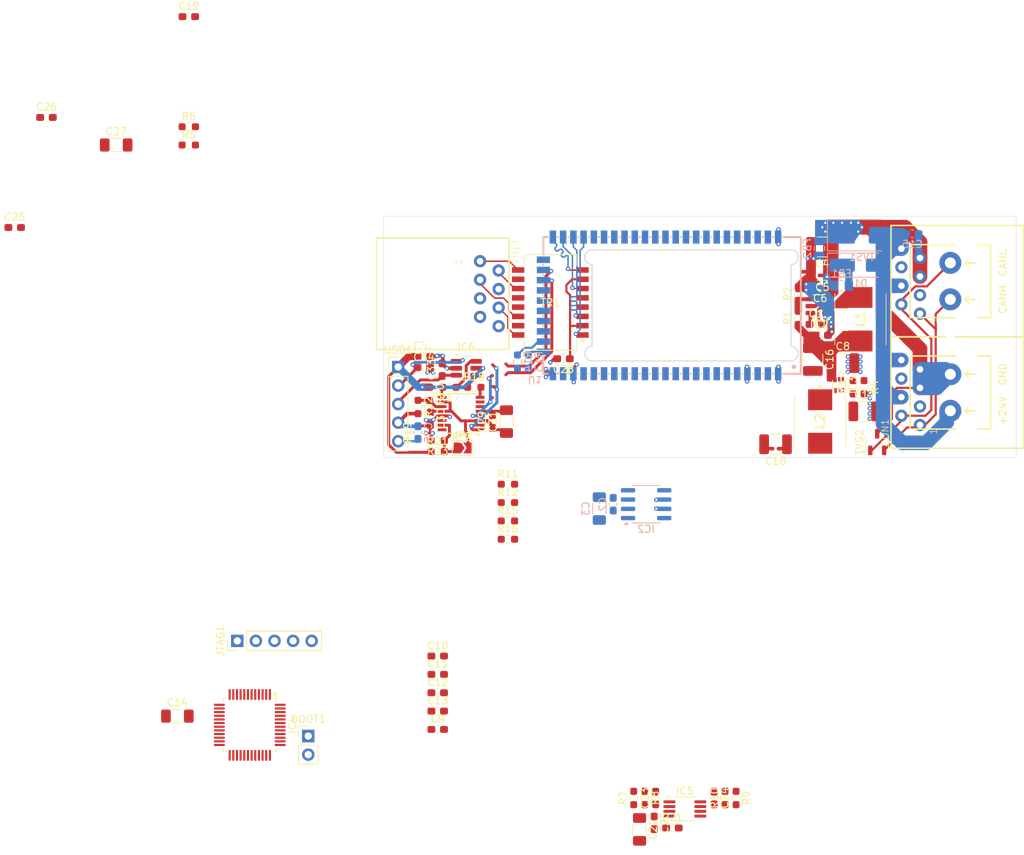
<source format=kicad_pcb>
(kicad_pcb (version 20240108) (generator "pcbnew") (generator_version "8.0")
  (layers (0 "F.Cu" signal) (31 "B.Cu" signal) (34 "B.Paste" user) (35 "F.Paste" user) (36 "B.SilkS" user "B.Silkscreen") (37 "F.SilkS" user "F.Silkscreen") (38 "B.Mask" user) (39 "F.Mask" user) (44 "Edge.Cuts" user))
  (net 0 "")
  (net 1 "/ADC_GND")
  (net 2 "/ADC_GND2")
  (net 26 "GNDPWR")
  (net 45 "GND")
  (net 46 "+3V3")
  (net 47 "+24V")
  (net 48 "Net-(USB1-Shield)")
  (net 49 "Net-(USB1-D+)")
  (net 50 "Net-(USB1-D-)")
  (net 51 "VBUS")
  (net 52 "/UART_FTDI_Tx")
  (net 53 "/FTDI_RESET")
  (net 54 "/UART_FTDI_Rx")
  (net 55 "/D-")
  (net 56 "/D+")
  (net 57 "/FTDI_VSENSE")
  (net 58 "Net-(U1-UART_RXD0)")
  (net 59 "Net-(U1-UART_TXD0)")
  (net 60 "Net-(U1-UART_TXD1)")
  (net 61 "Net-(U1-UART_RXD1)")
  (net 62 "/BOOT0")
  (net 63 "Net-(TR1-C_RD)")
  (net 64 "/NRST")
  (net 65 "+5V")
  (net 67 "/ETH_RX+")
  (net 70 "/ETH_RX-")
  (net 71 "/ETH_TX-")
  (net 72 "/ETH_TX+")
  (net 74 "/CANH")
  (net 75 "/CANL")
  (net 76 "/SWDIO")
  (net 77 "/SWCLK")
  (net 78 "/PHY_RX-")
  (net 80 "/PHY_RX+")
  (net 81 "/PHY_TX+")
  (net 83 "/PHY_TX-")
  (net 88 "/I2C_CLK")
  (net 89 "/I2C_SDA")
  (net 90 "/ADC_24V")
  (net 91 "/ADC_3V3")
  (net 92 "Net-(IC1-CB)")
  (net 93 "Net-(IC1-SW)")
  (net 94 "Net-(IC5-CH1+)")
  (net 95 "Net-(IC5-CH2+)")
  (net 96 "Net-(IC1-FB)")
  (net 98 "Net-(IC3-FB)")
  (net 99 "Net-(IC3-SW)")
  (net 132 "Net-(IC6-I{slash}O2-Pad4)")
  (net 133 "Net-(IC6-I{slash}O1-Pad6)")
  (net 139 "Net-(D1-A)")
  (net 140 "Net-(D1-K)")
  (net 141 "/CAN_Tx")
  (net 142 "/CAN_Rx")
  (net 143 "/CAN_USB_D-")
  (net 144 "/CAN_USB_D+")
  (footprint "Jumper:SolderJumper-2_P1.3mm_Open_TrianglePad1.0x1.5mm" (layer "F.Cu") (at 110.8 131.7)
    (property "Reference" "JP1")
    (property "Value" "SolderJumper_2_Open")
  )
  (footprint "Capacitor_SMD:C_0603_1608Metric_Pad1.08x0.95mm_HandSolder" (layer "F.Cu") (at 106.4 127.7 -90)
    (property "Reference" "C30")
    (property "Value" "100n")
  )
  (footprint "Connector_PinHeader_2.54mm:PinHeader_1x05_P2.54mm_Vertical" (layer "F.Cu") (at 80 158.1 90)
    (property "Reference" "JTAG1")
    (property "Value" "Conn_01x05")
  )
  (footprint "Resistor_SMD:R_0603_1608Metric_Pad0.98x0.95mm_HandSolder" (layer "F.Cu") (at 148.2 179.6 -90)
    (property "Reference" "R9")
    (property "Value" "22k")
  )
  (footprint "Resistor_SMD:R_0603_1608Metric_Pad0.98x0.95mm_HandSolder" (layer "F.Cu") (at 134.2 179.6 90)
    (property "Reference" "R7")
    (property "Value" "330k")
  )
  (footprint "Capacitor_SMD:C_0603_1608Metric_Pad1.08x0.95mm_HandSolder" (layer "F.Cu") (at 159.1 114.8)
    (property "Reference" "C1")
    (property "Value" "100n")
  )
  (footprint "Resistor_SMD:R_0603_1608Metric_Pad0.98x0.95mm_HandSolder" (layer "F.Cu") (at 107.4 132.2)
    (property "Reference" "R21")
    (property "Value" "4k7")
  )
  (footprint "Capacitor_SMD:C_1206_3216Metric_Pad1.33x1.80mm_HandSolder" (layer "F.Cu") (at 63.43 90.25)
    (property "Reference" "C27")
    (property "Value" "10u")
  )
  (footprint "Capacitor_SMD:C_0603_1608Metric_Pad1.08x0.95mm_HandSolder" (layer "F.Cu") (at 108 121 90)
    (property "Reference" "C33")
    (property "Value" "47p")
  )
  (footprint "ProjectLib:Conn_CAN-Bus" (layer "F.Cu") (at 186.5 116.5 90)
    (property "Reference" "CON1")
    (property "Value" "Connectors CAN bus" (hide yes))
  )
  (footprint "Capacitor_SMD:C_1210_3225Metric_Pad1.33x2.70mm_HandSolder" (layer "F.Cu") (at 160 104.2 180)
    (property "Reference" "C4")
    (property "Value" "4.7u 50V")
  )
  (footprint "Package_TO_SOT_SMD:SOT-23-6_Handsoldering" (layer "F.Cu") (at 111.3 120.8)
    (property "Reference" "IC6")
    (property "Value" "USBLC6-2SC6")
  )
  (footprint "Package_QFP:LQFP-48_7x7mm_P0.5mm" (layer "F.Cu") (at 81.7 169.6 -90)
    (property "Reference" "IC4")
    (property "Value" "STM32F072C8Tx")
  )
  (footprint "Capacitor_SMD:C_0603_1608Metric_Pad1.08x0.95mm_HandSolder" (layer "F.Cu") (at 107.4 170.22)
    (property "Reference" "C9")
    (property "Value" "100n")
  )
  (footprint "Resistor_SMD:R_0603_1608Metric_Pad0.98x0.95mm_HandSolder" (layer "F.Cu") (at 117 141.69)
    (property "Reference" "R15")
    (property "Value" "27R")
  )
  (footprint "Capacitor_SMD:C_1206_3216Metric_Pad1.33x1.80mm_HandSolder" (layer "F.Cu") (at 135 183.9 -90)
    (property "Reference" "C22")
    (property "Value" "10u 6.3V")
  )
  (footprint "Capacitor_SMD:C_0603_1608Metric_Pad1.08x0.95mm_HandSolder" (layer "F.Cu") (at 124.6 119.5 180)
    (property "Reference" "C28")
    (property "Value" "100n")
  )
  (footprint "Package_TO_SOT_SMD:SOT-563" (layer "F.Cu") (at 162.3 123.1 -90)
    (property "Reference" "IC3")
    (property "Value" "TLV62568DRL")
  )
  (footprint "Capacitor_SMD:C_0603_1608Metric_Pad1.08x0.95mm_HandSolder" (layer "F.Cu") (at 139.5 183.7)
    (property "Reference" "C21")
    (property "Value" "100n")
  )
  (footprint "Resistor_SMD:R_0603_1608Metric_Pad0.98x0.95mm_HandSolder" (layer "F.Cu") (at 104.7 129.6 90)
    (property "Reference" "R19")
    (property "Value" "1M")
  )
  (footprint "Resistor_SMD:R_0603_1608Metric_Pad0.98x0.95mm_HandSolder" (layer "F.Cu") (at 135.7 179.6 -90)
    (property "Reference" "R8")
    (property "Value" "22k")
  )
  (footprint "Capacitor_SMD:C_0603_1608Metric_Pad1.08x0.95mm_HandSolder" (layer "F.Cu") (at 107.4 160.18)
    (property "Reference" "C10")
    (property "Value" "100n")
  )
  (footprint "Package_SO:MSOP-8_3x3mm_P0.65mm" (layer "F.Cu") (at 141.2 181.1)
    (property "Reference" "IC5")
    (property "Value" "MCP3422A0-E/MS")
  )
  (footprint "Capacitor_SMD:C_0603_1608Metric_Pad1.08x0.95mm_HandSolder" (layer "F.Cu") (at 105.5 120.7)
    (property "Reference" "C34")
    (property "Value" "47p")
  )
  (footprint "Capacitor_SMD:C_1206_3216Metric_Pad1.33x1.80mm_HandSolder" (layer "F.Cu") (at 116.8 128.1 90)
    (property "Reference" "C31")
    (property "Value" "4.7u")
  )
  (footprint "Capacitor_SMD:C_0603_1608Metric_Pad1.08x0.95mm_HandSolder" (layer "F.Cu") (at 107.4 167.71)
    (property "Reference" "C13")
    (property "Value" "100n")
  )
  (footprint "Capacitor_SMD:C_0603_1608Metric_Pad1.08x0.95mm_HandSolder" (layer "F.Cu") (at 137 183 -90)
    (property "Reference" "C20")
    (property "Value" "10n")
  )
  (footprint "Capacitor_SMD:C_0603_1608Metric_Pad1.08x0.95mm_HandSolder" (layer "F.Cu") (at 159.9 116.3)
    (property "Reference" "C7")
    (property "Value" "100n")
  )
  (footprint "Capacitor_SMD:C_1210_3225Metric_Pad1.33x2.70mm_HandSolder" (layer "F.Cu") (at 158.7 119.6 -90)
    (property "Reference" "C16")
    (property "Value" "10u 16V")
  )
  (footprint "Resistor_SMD:R_0603_1608Metric_Pad0.98x0.95mm_HandSolder" (layer "F.Cu") (at 146.7 179.6 90)
    (property "Reference" "R10")
    (property "Value" "22k")
  )
  (footprint "Package_TO_SOT_SMD:SOT-23-3" (layer "F.Cu") (at 167.5 130.9 90)
    (property "Reference" "TVS2")
    (property "Value" "SZNUP2105L")
  )
  (footprint "Resistor_SMD:R_0603_1608Metric_Pad0.98x0.95mm_HandSolder" (layer "F.Cu") (at 164.2 123.4 90)
    (property "Reference" "R3")
    (property "Value" "100k")
  )
  (footprint "ProjectLib:SPM7054VT" (layer "F.Cu") (at 165.2 114.0875 -90)
    (property "Reference" "L1")
    (property "Value" "3.3uH" (hide yes))
  )
  (footprint "Resistor_SMD:R_0603_1608Metric_Pad0.98x0.95mm_HandSolder" (layer "F.Cu") (at 109 123.4 180)
    (property "Reference" "R17")
    (property "Value" "27R")
  )
  (footprint "Capacitor_SMD:C_1210_3225Metric_Pad1.33x2.70mm_HandSolder" (layer "F.Cu") (at 165.8 126.7)
    (property "Reference" "C17")
    (property "Value" "10u 10V")
  )
  (footprint "Resistor_SMD:R_0603_1608Metric_Pad0.98x0.95mm_HandSolder" (layer "F.Cu") (at 117 139.18)
    (property "Reference" "R12")
    (property "Value" "27R")
  )
  (footprint "NetTie:NetTie-2_SMD_Pad0.5mm" (layer "F.Cu") (at 154.5 131.8 180)
    (property "Reference" "NT3" (hide yes))
    (property "Value" "NetTie_2" (hide yes))
  )
  (footprint "Resistor_SMD:R_0603_1608Metric_Pad0.98x0.95mm_HandSolder" (layer "F.Cu") (at 107.4 130.7 180)
    (property "Reference" "R23")
    (property "Value" "10k")
  )
  (footprint "NetTie:NetTie-2_SMD_Pad0.5mm" (layer "F.Cu") (at 157.8 107.6 180)
    (property "Reference" "NT2" (hide yes))
    (property "Value" "NetTie_2" (hide yes))
  )
  (footprint "ProjectLib:RJ45-PCB-SOCKET" (layer "F.Cu") (at 106.8427 110.6 -90)
    (property "Reference" "ETH1")
    (property "Value" "RJ45")
  )
  (footprint "Connector_PinHeader_2.54mm:PinHeader_1x02_P2.54mm_Vertical" (layer "F.Cu") (at 89.7 171.125)
    (property "Reference" "BOOT1")
    (property "Value" "Jumper_2_Open")
  )
  (footprint "Resistor_SMD:R_0603_1608Metric_Pad0.98x0.95mm_HandSolder" (layer "F.Cu") (at 73.36 87.75)
    (property "Reference" "R6")
    (property "Value" "10k")
  )
  (footprint "Capacitor_SMD:C_0603_1608Metric_Pad1.08x0.95mm_HandSolder" (layer "F.Cu") (at 159.7 109.8 180)
    (property "Reference" "C6")
    (property "Value" "100n")
  )
  (footprint "Resistor_SMD:R_0603_1608Metric_Pad0.98x0.95mm_HandSolder" (layer "F.Cu") (at 73.36 90.26)
    (property "Reference" "R5")
    (property "Value" "10k")
  )
  (footprint "Capacitor_SMD:C_0603_1608Metric_Pad1.08x0.95mm_HandSolder" (layer "F.Cu") (at 53.9 86.48)
    (property "Reference" "C26")
    (property "Value" "100n")
  )
  (footprint "Connector_PinHeader_2.54mm:PinHeader_1x05_P2.54mm_Vertical" (layer "F.Cu") (at 102 120.625)
    (property "Reference" "USB1")
    (property "Value" "https://www.aliexpress.com/item/4000926155068.html")
  )
  (footprint "NetTie:NetTie-2_SMD_Pad0.5mm" (layer "F.Cu") (at 160.1 108.1 180)
    (property "Reference" "NT1" (hide yes))
    (property "Value" "NetTie_2" (hide yes))
  )
  (footprint "Capacitor_SMD:C_0603_1608Metric_Pad1.08x0.95mm_HandSolder" (layer "F.Cu") (at 107.4 162.69)
    (property "Reference" "C11")
    (property "Value" "100n")
  )
  (footprint "Resistor_SMD:R_0603_1608Metric_Pad0.98x0.95mm_HandSolder" (layer "F.Cu") (at 156.7 110.6 90)
    (property "Reference" "R2")
    (property "Value" "27k")
  )
  (footprint "Resistor_SMD:R_0603_1608Metric_Pad0.98x0.95mm_HandSolder" (layer "F.Cu") (at 112.4 123.4)
    (property "Reference" "R18")
    (property "Value" "27R")
  )
  (footprint "Capacitor_SMD:C_0603_1608Metric_Pad1.08x0.95mm_HandSolder" (layer "F.Cu") (at 145.2 179.6 -90)
    (property "Reference" "C24")
    (property "Value" "100n")
  )
  (footprint "ProjectLib:SPM7054VT" (layer "F.Cu") (at 159.7 128.0875 -90)
    (property "Reference" "L2")
    (property "Value" "1uH" (hide yes))
  )
  (footprint "Capacitor_SMD:C_0603_1608Metric_Pad1.08x0.95mm_HandSolder" (layer "F.Cu") (at 137.2 179.6 90)
    (property "Reference" "C23")
    (property "Value" "100n")
  )
  (footprint "Capacitor_SMD:C_0603_1608Metric_Pad1.08x0.95mm_HandSolder" (layer "F.Cu") (at 49.55 101.54)
    (property "Reference" "C25")
    (property "Value" "100n")
  )
  (footprint "Capacitor_SMD:C_1206_3216Metric_Pad1.33x1.80mm_HandSolder" (layer "F.Cu") (at 71.8 168.4)
    (property "Reference" "C14")
    (property "Value" "10u 6.3V")
  )
  (footprint "Resistor_SMD:R_0603_1608Metric_Pad0.98x0.95mm_HandSolder" (layer "F.Cu") (at 104.7 126.1 -90)
    (property "Reference" "R22")
    (property "Value" "10k")
  )
  (footprint "Resistor_SMD:R_0603_1608Metric_Pad0.98x0.95mm_HandSolder" (layer "F.Cu") (at 117 136.67)
    (property "Reference" "R11")
    (property "Value" "27R")
  )
  (footprint "Capacitor_SMD:C_0603_1608Metric_Pad1.08x0.95mm_HandSolder" (layer "F.Cu") (at 107.4 165.2)
    (property "Reference" "C12")
    (property "Value" "100n")
  )
  (footprint "Capacitor_SMD:C_0603_1608Metric_Pad1.08x0.95mm_HandSolder" (layer "F.Cu") (at 73.36 72.69)
    (property "Reference" "C19")
    (property "Value" "100n")
  )
  (footprint "Capacitor_SMD:C_0603_1608Metric_Pad1.08x0.95mm_HandSolder" (layer "F.Cu") (at 105.5 119.2)
    (property "Reference" "C32")
    (property "Value" "10n")
  )
  (footprint "Capacitor_SMD:C_1210_3225Metric_Pad1.33x2.70mm_HandSolder" (layer "F.Cu") (at 160 107.4 180)
    (property "Reference" "C5")
    (property "Value" "4.7u 50V")
  )
  (footprint "Capacitor_SMD:C_1210_3225Metric_Pad1.33x2.70mm_HandSolder" (layer "F.Cu") (at 162.8 120.1)
    (property "Reference" "C8")
    (property "Value" "10u 16V")
  )
  (footprint "Resistor_SMD:R_0603_1608Metric_Pad0.98x0.95mm_HandSolder" (layer "F.Cu") (at 106.3 124.3 -90)
    (property "Reference" "R20")
    (property "Value" "4k7")
  )
  (footprint "Capacitor_SMD:C_1210_3225Metric_Pad1.33x2.70mm_HandSolder" (layer "F.Cu") (at 153.6 131.2 180)
    (property "Reference" "C18")
    (property "Value" "22u 10V")
  )
  (footprint "Transformer_SMD:Transformer_Ethernet_Bourns_PT61017PEL" (layer "F.Cu") (at 122.8 111.8 180)
    (property "Reference" "TR1")
    (property "Value" "PT61017PEL")
  )
  (footprint "Resistor_SMD:R_0603_1608Metric_Pad0.98x0.95mm_HandSolder" (layer "F.Cu") (at 165.7 123.4 -90)
    (property "Reference" "R4")
    (property "Value" "22k")
  )
  (footprint "Capacitor_SMD:C_0603_1608Metric_Pad1.08x0.95mm_HandSolder" (layer "F.Cu") (at 114.9 128.1 90)
    (property "Reference" "C29")
    (property "Value" "100n")
  )
  (footprint "Resistor_SMD:R_0603_1608Metric_Pad0.98x0.95mm_HandSolder" (layer "F.Cu") (at 117 144.2)
    (property "Reference" "R16")
    (property "Value" "27R")
  )
  (footprint "NetTie:NetTie-2_SMD_Pad0.5mm" (layer "F.Cu") (at 152.7 131.8)
    (property "Reference" "NT4" (hide yes))
    (property "Value" "NetTie_2" (hide yes))
  )
  (footprint "Package_SO:SSOP-16_3.9x4.9mm_P0.635mm" (layer "F.Cu") (at 110.6 127 180)
    (property "Reference" "IC7")
    (property "Value" "FT230XS")
  )
  (footprint "Resistor_SMD:R_0603_1608Metric_Pad0.98x0.95mm_HandSolder" (layer "F.Cu") (at 156.7 113.9 90)
    (property "Reference" "R1")
    (property "Value" "200k")
  )
  (footprint "Package_TO_SOT_SMD:SOT-23-6" (layer "F.Cu") (at 159.5 112.3 180)
    (property "Reference" "IC1")
    (property "Value" "LMR51430Y")
  )
  (footprint "Inductor_SMD:L_0805_2012Metric_Pad1.15x1.40mm_HandSolder" (layer "B.Cu") (at 159.6 104.4 -90)
    (property "Reference" "FB2")
    (property "Value" "1k@100MHz")
  )
  (footprint "Resistor_SMD:R_0603_1608Metric_Pad0.98x0.95mm_HandSolder" (layer "B.Cu") (at 119.8 119.9 90)
    (property "Reference" "R13")
    (property "Value" "10k")
  )
  (footprint "Diode_SMD:D_SMA_Handsoldering" (layer "B.Cu") (at 165.2 106.7)
    (property "Reference" "D1")
    (property "Value" "US1D")
  )
  (footprint "Package_SO:SOIC-8_3.9x4.9mm_P1.27mm" (layer "B.Cu") (at 135.9 139.4)
    (property "Reference" "IC2")
    (property "Value" "MCP2561-E-SN")
  )
  (footprint "Capacitor_SMD:C_0603_1608Metric_Pad1.08x0.95mm_HandSolder" (layer "B.Cu") (at 104.7 129.6 90)
    (property "Reference" "C35")
    (property "Value" "330p")
  )
  (footprint "Resistor_SMD:R_0603_1608Metric_Pad0.98x0.95mm_HandSolder" (layer "B.Cu") (at 118.3 119.9 90)
    (property "Reference" "R14")
    (property "Value" "10k")
  )
  (footprint "Inductor_SMD:L_0805_2012Metric_Pad1.15x1.40mm_HandSolder" (layer "B.Cu") (at 162.6 109.5 180)
    (property "Reference" "FB1")
    (property "Value" "1k@100MHz")
  )
  (footprint "Capacitor_SMD:C_0603_1608Metric_Pad1.08x0.95mm_HandSolder" (layer "B.Cu") (at 172.3 102.4)
    (property "Reference" "C15")
    (property "Value" "100n")
  )
  (footprint "Diode_SMD:D_SMB_Handsoldering" (layer "B.Cu") (at 165.4 102.6)
    (property "Reference" "TVS1")
    (property "Value" "P6SMB33CA")
  )
  (footprint "Capacitor_SMD:C_1206_3216Metric_Pad1.33x1.80mm_HandSolder" (layer "B.Cu") (at 129.5 140 -90)
    (property "Reference" "C3")
    (property "Value" "10u 10V")
  )
  (footprint "Capacitor_SMD:C_0603_1608Metric_Pad1.08x0.95mm_HandSolder" (layer "B.Cu") (at 131.4 139.4 -90)
    (property "Reference" "C2")
    (property "Value" "100n")
  )
  (footprint "ProjectLib:HLK-7628N" (layer "B.Cu") (at 137.9 112.2)
    (property "Reference" "U1")
    (property "Value" "HLK-7628N")
    (fp_line (start -9.4 -7.6) (end 17.8 -7.6) (stroke (width 0.12)) (layer "Edge.Cuts"))
    (fp_line (start -9.4 5.6) (end -9.4 -5.6) (stroke (width 0.12)) (layer "Edge.Cuts"))
    (fp_line (start 17.8 -5.6) (end 17.8 5.6) (stroke (width 0.12)) (layer "Edge.Cuts"))
    (fp_line (start 17.8 7.6) (end -9.4 7.6) (stroke (width 0.12)) (layer "Edge.Cuts"))
    (fp_arc (start -9.4 -5.6) (mid -10.4 -6.6) (end -9.4 -7.6) (stroke (width 0.12)) (layer "Edge.Cuts"))
    (fp_arc (start -9.4 7.6) (mid -10.4 6.6) (end -9.4 5.6) (stroke (width 0.12)) (layer "Edge.Cuts"))
    (fp_arc (start 17.8 -7.6) (mid 18.8 -6.6) (end 17.8 -5.6) (stroke (width 0.12)) (layer "Edge.Cuts"))
    (fp_arc (start 17.8 5.6) (mid 18.8 6.6) (end 17.8 7.6) (stroke (width 0.12)) (layer "Edge.Cuts"))
  )
  (gr_rect (start 100 100) (end 186.5 133) (stroke (width 0.05)) (fill none) (layer "Edge.Cuts"))
  (segment (start 169.5 124.192315) (end 169.5 127.7625) (width 0.3) (layer "F.Cu") (net 26))
  (segment (start 173.35 103.55) (end 171.3 101.5) (width 2) (layer "F.Cu") (net 26))
  (segment (start 169.5 127.7625) (end 167.5 129.7625) (width 0.3) (layer "F.Cu") (net 26))
  (segment (start 168.3 113.1) (end 168.3 103) (width 2) (layer "F.Cu") (net 26))
  (segment (start 166.5 101.5) (end 160.7 101.5) (width 2) (layer "F.Cu") (net 26))
  (segment (start 173.35 105.705) (end 173.35 103.55) (width 2) (layer "F.Cu") (net 26))
  (segment (start 173.35 123.485) (end 170.207315 123.485) (width 0.3) (layer "F.Cu") (net 26))
  (segment (start 171.3 101.5) (end 165.4 101.5) (width 2) (layer "F.Cu") (net 26))
  (segment (start 170.207315 123.485) (end 169.5 124.192315) (width 0.3) (layer "F.Cu") (net 26))
  (segment (start 173.35 108.245) (end 173.35 105.705) (width 2) (layer "F.Cu") (net 26))
  (segment (start 173.35 118.15) (end 168.3 113.1) (width 2) (layer "F.Cu") (net 26))
  (segment (start 168 103) (end 166.5 101.5) (width 2) (layer "F.Cu") (net 26))
  (segment (start 173.35 120.945) (end 173.35 118.15) (width 2) (layer "F.Cu") (net 26))
  (via (at 162.7 100.9) (size 0.6) (drill 0.3) (layers "F.Cu" "B.Cu") (net 26))
  (via (at 160.4 102.1) (size 0.6) (drill 0.3) (layers "F.Cu" "B.Cu") (net 26))
  (via (at 164.9 102.1) (size 0.6) (drill 0.3) (layers "F.Cu" "B.Cu") (net 26))
  (via (at 160.4 100.9) (size 0.6) (drill 0.3) (layers "F.Cu" "B.Cu") (net 26))
  (via (at 160 101.5) (size 0.6) (drill 0.3) (layers "F.Cu" "B.Cu") (net 26))
  (via (at 164.9 100.9) (size 0.6) (drill 0.3) (layers "F.Cu" "B.Cu") (net 26))
  (via (at 161.5 100.9) (size 0.6) (drill 0.3) (layers "F.Cu" "B.Cu") (net 26))
  (via (at 163.9 100.9) (size 0.6) (drill 0.3) (layers "F.Cu" "B.Cu") (net 26))
  (via (at 165.4 101.5) (size 0.6) (drill 0.3) (layers "F.Cu" "B.Cu") (net 26))
  (segment (start 173.35 123.485) (end 175.635 123.485) (width 2) (layer "B.Cu") (net 26))
  (segment (start 173.35 120.945) (end 176.825 120.945) (width 2) (layer "B.Cu") (net 26))
  (segment (start 173.1625 102.4) (end 173.1625 105.5175) (width 1) (layer "B.Cu") (net 26))
  (segment (start 173.93 121.62) (end 177.5 121.62) (width 2) (layer "B.Cu") (net 26))
  (segment (start 173.1625 105.5175) (end 173.35 105.705) (width 1) (layer "B.Cu") (net 26))
  (segment (start 173.35 122.2) (end 173.35 120.945) (width 2) (layer "B.Cu") (net 26))
  (segment (start 175.635 123.485) (end 177.5 121.62) (width 2) (layer "B.Cu") (net 26))
  (segment (start 173.35 122.2) (end 173.93 121.62) (width 2) (layer "B.Cu") (net 26))
  (segment (start 173.35 123.485) (end 173.35 122.2) (width 2) (layer "B.Cu") (net 26))
  (segment (start 176.825 120.945) (end 177.5 121.62) (width 2) (layer "B.Cu") (net 26))
  (segment (start 106.8 121.4) (end 106.3625 120.9625) (width 0.5) (layer "F.Cu") (net 45))
  (segment (start 116.655 126.6825) (end 116.8 126.5375) (width 0.4) (layer "F.Cu") (net 45))
  (segment (start 122.2 120.9) (end 122.2 122) (width 0.4) (layer "F.Cu") (net 45))
  (segment (start 149.7 120.6) (end 149.7 122.6) (width 0.4) (layer "F.Cu") (net 45))
  (segment (start 108 127.3175) (end 107.294932 127.3175) (width 0.3) (layer "F.Cu") (net 45))
  (segment (start 126 122.7) (end 126 120.7) (width 0.4) (layer "F.Cu") (net 45))
  (segment (start 113.2 126.6825) (end 114.9 126.6825) (width 0.4) (layer "F.Cu") (net 45))
  (segment (start 114.9 126.6825) (end 116.655 126.6825) (width 0.4) (layer "F.Cu") (net 45))
  (segment (start 106.7 129.7) (end 105.8 129.7) (width 0.4) (layer "F.Cu") (net 45))
  (segment (start 104.7 128.6875) (end 106.275 128.6875) (width 0.4) (layer "F.Cu") (net 45))
  (segment (start 123.3 119.5) (end 122.8 120) (width 0.4) (layer "F.Cu") (net 45))
  (segment (start 114.9 127.2375) (end 114.9 126.6825) (width 0.4) (layer "F.Cu") (net 45))
  (segment (start 108.1 119.1) (end 108.1 120.0375) (width 0.5) (layer "F.Cu") (net 45))
  (segment (start 161.2 114.167594) (end 161.2 114.4) (width 1) (layer "F.Cu") (net 45))
  (segment (start 106.4875 129.9125) (end 106.7 129.7) (width 0.4) (layer "F.Cu") (net 45))
  (segment (start 161.2 115.8) (end 161.2 114.5) (width 1) (layer "F.Cu") (net 45))
  (segment (start 106.4 128.5625) (end 106.4 129.4) (width 0.4) (layer "F.Cu") (net 45))
  (segment (start 107.2 119.2) (end 107.3 119.1) (width 0.5) (layer "F.Cu") (net 45))
  (segment (start 154 101.8) (end 154 103.8) (width 0.4) (layer "F.Cu") (net 45))
  (segment (start 106.4 128.5) (end 105.8 127.9) (width 0.4) (layer "F.Cu") (net 45))
  (segment (start 158.8375 109.8) (end 159 109.8) (width 0.5) (layer "F.Cu") (net 45))
  (segment (start 158.725 109.6875) (end 158.8375 109.8) (width 0.5) (layer "F.Cu") (net 45))
  (segment (start 158.8 105.8) (end 158 105.8) (width 0.5) (layer "F.Cu") (net 45))
  (segment (start 108.92755 127.3175) (end 109.055025 127.444975) (width 0.4) (layer "F.Cu") (net 45))
  (segment (start 108.6625 120.8) (end 108 120.1375) (width 0.5) (layer "F.Cu") (net 45))
  (segment (start 126 120.7) (end 126.4 120.3) (width 0.4) (layer "F.Cu") (net 45))
  (segment (start 106.807191 127.805241) (end 106.807191 127.855695) (width 0.3) (layer "F.Cu") (net 45))
  (segment (start 106.3625 120.7) (end 106.3625 121.0375) (width 0.5) (layer "F.Cu") (net 45))
  (segment (start 109.95 120.8) (end 108.6625 120.8) (width 0.5) (layer "F.Cu") (net 45))
  (segment (start 106.3625 119.2) (end 107.2 119.2) (width 0.5) (layer "F.Cu") (net 45))
  (segment (start 123.7375 119.5) (end 123.3 119.5) (width 0.4) (layer "F.Cu") (net 45))
  (segment (start 108 127.3175) (end 108.92755 127.3175) (width 0.4) (layer "F.Cu") (net 45))
  (segment (start 103.2325 127.0125) (end 102 128.245) (width 0.5) (layer "F.Cu") (net 45))
  (segment (start 154 120.6) (end 154 122.6) (width 0.4) (layer "F.Cu") (net 45))
  (segment (start 106.3625 121.0375) (end 106 121.4) (width 0.5) (layer "F.Cu") (net 45))
  (segment (start 106.4 129.4) (end 106.7 129.7) (width 0.4) (layer "F.Cu") (net 45))
  (segment (start 104.7 127.0125) (end 103.2325 127.0125) (width 0.5) (layer "F.Cu") (net 45))
  (segment (start 106.4875 130.7) (end 106.4875 129.9125) (width 0.4) (layer "F.Cu") (net 45))
  (segment (start 106.275 128.6875) (end 106.4 128.5625) (width 0.4) (layer "F.Cu") (net 45))
  (segment (start 106.4 128.5625) (end 106.4 128.5) (width 0.4) (layer "F.Cu") (net 45))
  (segment (start 161.2 114.5) (end 161.2 113.9) (width 1) (layer "F.Cu") (net 45))
  (segment (start 106.3625 120.9625) (end 106.3625 120.7) (width 0.5) (layer "F.Cu") (net 45))
  (segment (start 108.1 120.0375) (end 108 120.1375) (width 0.5) (layer "F.Cu") (net 45))
  (segment (start 160.7625 116.2375) (end 161.2 115.8) (width 1) (layer "F.Cu") (net 45))
  (segment (start 107.294932 127.3175) (end 106.807191 127.805241) (width 0.3) (layer "F.Cu") (net 45))
  (segment (start 160.7625 116.3) (end 160.7625 116.2375) (width 1) (layer "F.Cu") (net 45))
  (via (at 154 122.6) (size 0.6) (drill 0.3) (layers "F.Cu" "B.Cu") (net 45))
  (via (at 122.2 122) (size 0.6) (drill 0.3) (layers "F.Cu" "B.Cu") (net 45))
  (via (at 165.2 120.6) (size 0.6) (drill 0.3) (layers "F.Cu" "B.Cu") (net 45))
  (via (at 166.5 124.2) (size 0.6) (drill 0.3) (layers "F.Cu" "B.Cu") (net 45))
  (via (at 165.2 119.2) (size 0.6) (drill 0.3) (layers "F.Cu" "B.Cu") (net 45))
  (via (at 106 121.4) (size 0.6) (drill 0.3) (layers "F.Cu" "B.Cu") (net 45))
  (via (at 157.8 109.3) (size 0.6) (drill 0.3) (layers "F.Cu" "B.Cu") (net 45))
  (via (at 161.3 115.8) (size 0.6) (drill 0.3) (layers "F.Cu" "B.Cu") (net 45))
  (via (at 163.5 120.6) (size 0.6) (drill 0.3) (layers "F.Cu" "B.Cu") (net 45))
  (via (at 154 103.8) (size 0.6) (drill 0.3) (layers "F.Cu" "B.Cu") (net 45))
  (via (at 166.5 124.9) (size 0.6) (drill 0.3) (layers "F.Cu" "B.Cu") (net 45))
  (via (at 159.5 110.1) (size 0.6) (drill 0.3) (layers "F.Cu" "B.Cu") (net 45))
  (via (at 106.7 129.7) (size 0.6) (drill 0.3) (layers "F.Cu" "B.Cu") (net 45))
  (via (at 163.5 119.9) (size 0.6) (drill 0.3) (layers "F.Cu" "B.Cu") (net 45))
  (via (at 166.5 127.7) (size 0.6) (drill 0.3) (layers "F.Cu" "B.Cu") (net 45))
  (via (at 106.807191 127.855695) (size 0.6) (drill 0.3) (layers "F.Cu" "B.Cu") (net 45))
  (via (at 165.2 119.9) (size 0.6) (drill 0.3) (layers "F.Cu" "B.Cu") (net 45))
  (via (at 154 101.8) (size 0.6) (drill 0.3) (layers "F.Cu" "B.Cu") (net 45))
  (via (at 107.3 119.1) (size 0.6) (drill 0.3) (layers "F.Cu" "B.Cu") (net 45))
  (via (at 160.4 113.8) (size 0.6) (drill 0.3) (layers "F.Cu" "B.Cu") (net 45))
  (via (at 108.1 119.1) (size 0.6) (drill 0.3) (layers "F.Cu" "B.Cu") (net 45))
  (via (at 149.7 122.6) (size 0.6) (drill 0.3) (layers "F.Cu" "B.Cu") (net 45))
  (via (at 161.1 113.8) (size 0.6) (drill 0.3) (layers "F.Cu" "B.Cu") (net 45))
  (via (at 122.2 120.9) (size 0.6) (drill 0.3) (layers "F.Cu" "B.Cu") (net 45))
  (via (at 105.8 127.9) (size 0.6) (drill 0.3) (layers "F.Cu" "B.Cu") (net 45))
  (via (at 163.5 121.3) (size 0.6) (drill 0.3) (layers "F.Cu" "B.Cu") (net 45))
  (via (at 106.8 121.4) (size 0.6) (drill 0.3) (layers "F.Cu" "B.Cu") (net 45))
  (via (at 163.5 119.2) (size 0.6) (drill 0.3) (layers "F.Cu" "B.Cu") (net 45))
  (via (at 108.6625 120.8) (size 0.6) (drill 0.3) (layers "F.Cu" "B.Cu") (net 45))
  (via (at 165.2 121.3) (size 0.6) (drill 0.3) (layers "F.Cu" "B.Cu") (net 45))
  (via (at 154 120.6) (size 0.6) (drill 0.3) (layers "F.Cu" "B.Cu") (net 45))
  (via (at 126 122.7) (size 0.6) (drill 0.3) (layers "F.Cu" "B.Cu") (net 45))
  (via (at 166.5 127) (size 0.6) (drill 0.3) (layers "F.Cu" "B.Cu") (net 45))
  (via (at 166.5 126.3) (size 0.6) (drill 0.3) (layers "F.Cu" "B.Cu") (net 45))
  (via (at 126.4 120.3) (size 0.6) (drill 0.3) (layers "F.Cu" "B.Cu") (net 45))
  (via (at 166.5 125.6) (size 0.6) (drill 0.3) (layers "F.Cu" "B.Cu") (net 45))
  (via (at 105.8 129.7) (size 0.6) (drill 0.3) (layers "F.Cu" "B.Cu") (net 45))
  (via (at 149.7 120.6) (size 0.6) (drill 0.3) (layers "F.Cu" "B.Cu") (net 45))
  (via (at 161.2 114.5) (size 0.6) (drill 0.3) (layers "F.Cu" "B.Cu") (net 45))
  (via (at 109.055025 127.444975) (size 0.6) (drill 0.3) (layers "F.Cu" "B.Cu") (net 45))
  (via (at 157.8 110.1) (size 0.6) (drill 0.3) (layers "F.Cu" "B.Cu") (net 45))
  (via (at 158 105.8) (size 0.6) (drill 0.3) (layers "F.Cu" "B.Cu") (net 45))
  (via (at 159.5 109.3) (size 0.6) (drill 0.3) (layers "F.Cu" "B.Cu") (net 45))
  (via (at 122.8 120) (size 0.6) (drill 0.3) (layers "F.Cu" "B.Cu") (net 45))
  (via (at 161.2 115.1) (size 0.6) (drill 0.3) (layers "F.Cu" "B.Cu") (net 45))
  (via (at 158.8 105.8) (size 0.6) (drill 0.3) (layers "F.Cu" "B.Cu") (net 45))
  (segment (start 105.8 127.9) (end 106.762886 127.9) (width 0.4) (layer "B.Cu") (net 45))
  (segment (start 104.7 128.7375) (end 102.4925 128.7375) (width 0.5) (layer "B.Cu") (net 45))
  (segment (start 122.2 122) (end 122.7 121.5) (width 0.4) (layer "B.Cu") (net 45))
  (segment (start 154.05 101.85) (end 154 101.8) (width 0.4) (layer "B.Cu") (net 45))
  (segment (start 154.05 102.75) (end 154.05 101.85) (width 0.4) (layer "B.Cu") (net 45))
  (segment (start 122.85 121.55) (end 122.7 121.4) (width 0.4) (layer "B.Cu") (net 45))
  (segment (start 159.6 105.425) (end 159.175 105.425) (width 0.5) (layer "B.Cu") (net 45))
  (segment (start 123.15 121.55) (end 122.85 121.55) (width 0.4) (layer "B.Cu") (net 45))
  (segment (start 149.75 120.65) (end 149.7 120.6) (width 0.4) (layer "B.Cu") (net 45))
  (segment (start 149.75 121.55) (end 149.75 120.65) (width 0.4) (layer "B.Cu") (net 45))
  (segment (start 102.4925 128.7375) (end 102 128.245) (width 0.5) (layer "B.Cu") (net 45))
  (segment (start 154 121.6) (end 154.05 121.55) (width 0.4) (layer "B.Cu") (net 45))
  (segment (start 154 122.6) (end 154 121.6) (width 0.4) (layer "B.Cu") (net 45))
  (segment (start 154.05 121.55) (end 154.05 120.65) (width 0.4) (layer "B.Cu") (net 45))
  (segment (start 154.05 120.65) (end 154 120.6) (width 0.4) (layer "B.Cu") (net 45))
  (segment (start 154 102.8) (end 154.05 102.75) (width 0.4) (layer "B.Cu") (net 45))
  (segment (start 122.7 121.5) (end 122.7 121.4) (width 0.4) (layer "B.Cu") (net 45))
  (segment (start 107.3 119.1) (end 108.1 119.1) (width 0.5) (layer "B.Cu") (net 45))
  (segment (start 125.95 121.55) (end 125.95 122.65) (width 0.4) (layer "B.Cu") (net 45))
  (segment (start 159.175 105.425) (end 158.8 105.8) (width 0.5) (layer "B.Cu") (net 45))
  (segment (start 149.7 121.6) (end 149.75 121.55) (width 0.4) (layer "B.Cu") (net 45))
  (segment (start 122.7 121.4) (end 122.2 120.9) (width 0.4) (layer "B.Cu") (net 45))
  (segment (start 106.762886 127.9) (end 106.807191 127.855695) (width 0.4) (layer "B.Cu") (net 45))
  (segment (start 149.7 122.6) (end 149.7 121.6) (width 0.4) (layer "B.Cu") (net 45))
  (segment (start 125.95 122.65) (end 126 122.7) (width 0.4) (layer "B.Cu") (net 45))
  (segment (start 154 103.8) (end 154 102.8) (width 0.4) (layer "B.Cu") (net 45))
  (segment (start 114.165 127.9525) (end 114.9 128.6875) (width 0.4) (layer "F.Cu") (net 46))
  (segment (start 114.9 128.6875) (end 114.9 128.9625) (width 0.4) (layer "F.Cu") (net 46))
  (segment (start 115.1375 129.2) (end 116.3375 129.2) (width 0.4) (layer "F.Cu") (net 46))
  (segment (start 109.1 125.5475) (end 109.1 126.5) (width 0.4) (layer "F.Cu") (net 46))
  (segment (start 106.555 126.6825) (end 106.4 126.8375) (width 0.4) (layer "F.Cu") (net 46))
  (segment (start 111.2 129.4) (end 111.2 128) (width 0.4) (layer "F.Cu") (net 46))
  (segment (start 109.1 126.5) (end 109.2825 126.6825) (width 0.4) (layer "F.Cu") (net 46))
  (segment (start 109.2825 126.6825) (end 109 126.6825) (width 0.4) (layer "F.Cu") (net 46))
  (segment (start 112.53745 127.9525) (end 112.48995 128) (width 0.4) (layer "F.Cu") (net 46))
  (segment (start 113.2 127.9525) (end 114.165 127.9525) (width 0.4) (layer "F.Cu") (net 46))
  (segment (start 111.2 128) (end 110.6 128) (width 0.4) (layer "F.Cu") (net 46))
  (segment (start 111.525 131.7) (end 111.525 129.725) (width 0.4) (layer "F.Cu") (net 46))
  (segment (start 108 126.6825) (end 106.555 126.6825) (width 0.4) (layer "F.Cu") (net 46))
  (segment (start 109 126.6825) (end 108 126.6825) (width 0.4) (layer "F.Cu") (net 46))
  (segment (start 113.2 127.9525) (end 112.53745 127.9525) (width 0.4) (layer "F.Cu") (net 46))
  (segment (start 116.3375 129.2) (end 116.8 129.6625) (width 0.4) (layer "F.Cu") (net 46))
  (segment (start 114.9 128.9625) (end 115.1375 129.2) (width 0.4) (layer "F.Cu") (net 46))
  (segment (start 110.6 128) (end 109.2825 126.6825) (width 0.4) (layer "F.Cu") (net 46))
  (segment (start 111.525 129.725) (end 111.2 129.4) (width 0.4) (layer "F.Cu") (net 46))
  (segment (start 108.965 125.4125) (end 109.1 125.5475) (width 0.4) (layer "F.Cu") (net 46))
  (segment (start 112.48995 128) (end 111.2 128) (width 0.4) (layer "F.Cu") (net 46))
  (segment (start 108 125.4125) (end 108.965 125.4125) (width 0.4) (layer "F.Cu") (net 46))
  (segment (start 158.3625 112.3) (end 159.055762 112.3) (width 0.5) (layer "F.Cu") (net 47))
  (segment (start 160.005762 111.35) (end 160.6375 111.35) (width 0.5) (layer "F.Cu") (net 47))
  (segment (start 159.055762 112.3) (end 160.005762 111.35) (width 0.5) (layer "F.Cu") (net 47))
  (via (at 160.6 108.3) (size 0.6) (drill 0.3) (layers "F.Cu" "B.Cu") (net 47))
  (via (at 160.6 109) (size 0.6) (drill 0.3) (layers "F.Cu" "B.Cu") (net 47))
  (segment (start 161.1 109.5) (end 161.575 109.5) (width 0.5) (layer "B.Cu") (net 47))
  (segment (start 160.6 108.3) (end 160.6 109) (width 1) (layer "B.Cu") (net 47))
  (segment (start 160.6 109) (end 161.1 109.5) (width 1) (layer "B.Cu") (net 47))
  (segment (start 102 130.785) (end 104.3775 130.785) (width 0.3) (layer "B.Cu") (net 48))
  (segment (start 104.3775 130.785) (end 104.7 130.4625) (width 0.3) (layer "B.Cu") (net 48))
  (segment (start 108.1125 121.75) (end 108 121.8625) (width 0.4) (layer "F.Cu") (net 49))
  (segment (start 107.4625 122.4) (end 108 121.8625) (width 0.4) (layer "F.Cu") (net 49))
  (segment (start 102 125.427208) (end 105.027208 122.4) (width 0.4) (layer "F.Cu") (net 49))
  (segment (start 102 125.705) (end 102 125.427208) (width 0.4) (layer "F.Cu") (net 49))
  (segment (start 109.95 121.75) (end 108.1125 121.75) (width 0.4) (layer "F.Cu") (net 49))
  (segment (start 105.027208 122.4) (end 107.4625 122.4) (width 0.4) (layer "F.Cu") (net 49))
  (segment (start 102.1725 123.165) (end 104.6375 120.7) (width 0.4) (layer "F.Cu") (net 50))
  (segment (start 110.65 119.85) (end 109.95 119.85) (width 0.4) (layer "F.Cu") (net 50))
  (segment (start 110.8 119.7) (end 110.65 119.85) (width 0.4) (layer "F.Cu") (net 50))
  (segment (start 104.6375 120.7) (end 104.4 120.7) (width 0.4) (layer "F.Cu") (net 50))
  (segment (start 104.4 120.7) (end 104 120.3) (width 0.4) (layer "F.Cu") (net 50))
  (segment (start 102 123.165) (end 102.1725 123.165) (width 0.4) (layer "F.Cu") (net 50))
  (via (at 110.8 119.7) (size 0.6) (drill 0.3) (layers "F.Cu" "B.Cu") (net 50))
  (via (at 104 120.3) (size 0.6) (drill 0.3) (layers "F.Cu" "B.Cu") (net 50))
  (segment (start 104.3 120) (end 110.5 120) (width 0.4) (layer "B.Cu") (net 50))
  (segment (start 110.5 120) (end 110.8 119.7) (width 0.4) (layer "B.Cu") (net 50))
  (segment (start 104 120.3) (end 104.3 120) (width 0.4) (layer "B.Cu") (net 50))
  (segment (start 106.3 123.3875) (end 105.3125 123.3875) (width 1) (layer "F.Cu") (net 51))
  (segment (start 106.4 132.3) (end 101.747233 132.3) (width 0.4) (layer "F.Cu") (net 51))
  (segment (start 100.7 131.252767) (end 100.7 121.925) (width 0.4) (layer "F.Cu") (net 51))
  (segment (start 100.7 121.925) (end 102 120.625) (width 0.4) (layer "F.Cu") (net 51))
  (segment (start 112.65 120.8) (end 113.6 120.8) (width 0.5) (layer "F.Cu") (net 51))
  (segment (start 101.747233 132.3) (end 100.7 131.252767) (width 0.4) (layer "F.Cu") (net 51))
  (segment (start 106.4875 132.2125) (end 106.4 132.3) (width 0.4) (layer "F.Cu") (net 51))
  (segment (start 105.3125 123.3875) (end 105.3 123.4) (width 1) (layer "F.Cu") (net 51))
  (segment (start 106.4875 132.2) (end 106.4875 132.2125) (width 0.4) (layer "F.Cu") (net 51))
  (segment (start 103.425 119.2) (end 102 120.625) (width 1) (layer "F.Cu") (net 51))
  (segment (start 104.6375 119.2) (end 103.425 119.2) (width 1) (layer "F.Cu") (net 51))
  (via (at 113.6 120.8) (size 0.6) (drill 0.3) (layers "F.Cu" "B.Cu") (net 51))
  (via (at 105.3 123.4) (size 0.6) (drill 0.3) (layers "F.Cu" "B.Cu") (net 51))
  (segment (start 104.775 123.4) (end 102 120.625) (width 1) (layer "B.Cu") (net 51))
  (segment (start 111 123.4) (end 105.3 123.4) (width 0.5) (layer "B.Cu") (net 51))
  (segment (start 113.6 120.8) (end 111 123.4) (width 0.5) (layer "B.Cu") (net 51))
  (segment (start 105.3 123.4) (end 104.775 123.4) (width 1) (layer "B.Cu") (net 51))
  (segment (start 115.1 123.3) (end 114.8875 123.3) (width 0.4) (layer "F.Cu") (net 52))
  (segment (start 115.3875 120.8) (end 114.8875 120.3) (width 0.4) (layer "F.Cu") (net 52))
  (segment (start 115.4 120.8) (end 115.3875 120.8) (width 0.4) (layer "F.Cu") (net 52))
  (segment (start 115.5 123.7) (end 115.1 123.3) (width 0.4) (layer "F.Cu") (net 52))
  (segment (start 113.2 129.2225) (end 112.2 129.2225) (width 0.4) (layer "F.Cu") (net 52))
  (segment (start 112.2 129.2225) (end 112 129.0225) (width 0.4) (layer "F.Cu") (net 52))
  (segment (start 112 129.0225) (end 112 128.7) (width 0.4) (layer "F.Cu") (net 52))
  (via (at 115.5 123.7) (size 0.6) (drill 0.3) (layers "F.Cu" "B.Cu") (net 52))
  (via (at 115.4 120.8) (size 0.6) (drill 0.3) (layers "F.Cu" "B.Cu") (net 52))
  (via (at 112 128.7) (size 0.6) (drill 0.3) (layers "F.Cu" "B.Cu") (net 52))
  (segment (start 112 128.7) (end 112.28995 128.7) (width 0.4) (layer "B.Cu") (net 52))
  (segment (start 115.5 125.48995) (end 115.5 123.7) (width 0.4) (layer "B.Cu") (net 52))
  (segment (start 115.5 123.7) (end 115.5 120.9) (width 0.4) (layer "B.Cu") (net 52))
  (segment (start 112.28995 128.7) (end 115.5 125.48995) (width 0.4) (layer "B.Cu") (net 52))
  (segment (start 115.5 120.9) (end 115.4 120.8) (width 0.4) (layer "B.Cu") (net 52))
  (segment (start 107.135 126.0475) (end 106.3 125.2125) (width 0.4) (layer "F.Cu") (net 53))
  (segment (start 108 126.0475) (end 107.135 126.0475) (width 0.4) (layer "F.Cu") (net 53))
  (segment (start 106.275 125.1875) (end 106.3 125.2125) (width 0.4) (layer "F.Cu") (net 53))
  (segment (start 104.7 125.1875) (end 106.275 125.1875) (width 0.4) (layer "F.Cu") (net 53))
  (segment (start 114.6 125.4) (end 114.6 125.0875) (width 0.4) (layer "F.Cu") (net 54))
  (segment (start 114.8 121.8) (end 114.4 122.2) (width 0.4) (layer "F.Cu") (net 54))
  (segment (start 114.6 125.0875) (end 114.8875 124.8) (width 0.4) (layer "F.Cu") (net 54))
  (segment (start 112.2175 127.3175) (end 112.2 127.3) (width 0.4) (layer "F.Cu") (net 54))
  (segment (start 113.2 127.3175) (end 112.2175 127.3175) (width 0.4) (layer "F.Cu") (net 54))
  (segment (start 114.8875 121.8) (end 114.8 121.8) (width 0.4) (layer "F.Cu") (net 54))
  (via (at 114.4 122.2) (size 0.6) (drill 0.3) (layers "F.Cu" "B.Cu") (net 54))
  (via (at 112.2 127.3) (size 0.6) (drill 0.3) (layers "F.Cu" "B.Cu") (net 54))
  (via (at 114.6 125.4) (size 0.6) (drill 0.3) (layers "F.Cu" "B.Cu") (net 54))
  (segment (start 112.2 127.3) (end 112.7 127.3) (width 0.4) (layer "B.Cu") (net 54))
  (segment (start 112.7 127.3) (end 114.6 125.4) (width 0.4) (layer "B.Cu") (net 54))
  (segment (start 114.6 122.4) (end 114.4 122.2) (width 0.4) (layer "B.Cu") (net 54))
  (segment (start 114.6 125.4) (end 114.6 122.4) (width 0.4) (layer "B.Cu") (net 54))
  (segment (start 108 124.7775) (end 108 123.4875) (width 0.4) (layer "F.Cu") (net 55))
  (segment (start 108 123.4875) (end 108.0875 123.4) (width 0.4) (layer "F.Cu") (net 55))
  (segment (start 113.2 124.7775) (end 113.2 123.5125) (width 0.4) (layer "F.Cu") (net 56))
  (segment (start 113.2 123.5125) (end 113.3125 123.4) (width 0.4) (layer "F.Cu") (net 56))
  (segment (start 108.3125 132.2) (end 109.575 132.2) (width 0.4) (layer "F.Cu") (net 57))
  (segment (start 108.3125 130.7) (end 108.3125 132.2) (width 0.4) (layer "F.Cu") (net 57))
  (segment (start 108 128.5875) (end 108.965 128.5875) (width 0.4) (layer "F.Cu") (net 57))
  (segment (start 109.575 132.2) (end 110.075 131.7) (width 0.4) (layer "F.Cu") (net 57))
  (segment (start 109 128.6225) (end 109 130.0125) (width 0.4) (layer "F.Cu") (net 57))
  (segment (start 109 130.0125) (end 108.3125 130.7) (width 0.4) (layer "F.Cu") (net 57))
  (segment (start 108.965 128.5875) (end 109 128.6225) (width 0.4) (layer "F.Cu") (net 57))
  (segment (start 119.9 120.5) (end 122.2 118.2) (width 0.4) (layer "F.Cu") (net 58))
  (segment (start 117.0125 120.5) (end 119.9 120.5) (width 0.4) (layer "F.Cu") (net 58))
  (segment (start 116.7125 120.2) (end 117.0125 120.5) (width 0.4) (layer "F.Cu") (net 58))
  (segment (start 122.2 108.2) (end 122.9 107.5) (width 0.4) (layer "F.Cu") (net 58))
  (segment (start 122.2 118.2) (end 122.2 108.2) (width 0.4) (layer "F.Cu") (net 58))
  (via (at 122.9 107.5) (size 0.6) (drill 0.3) (layers "F.Cu" "B.Cu") (net 58))
  (segment (start 122 107.5) (end 121.85 107.35) (width 0.4) (layer "B.Cu") (net 58))
  (segment (start 122.9 107.5) (end 122 107.5) (width 0.4) (layer "B.Cu") (net 58))
  (segment (start 120.1125 121.4) (end 123 118.5125) (width 0.4) (layer "F.Cu") (net 59))
  (segment (start 117.0125 121.4) (end 120.1125 121.4) (width 0.4) (layer "F.Cu") (net 59))
  (segment (start 116.7125 121.7) (end 117.0125 121.4) (width 0.4) (layer "F.Cu") (net 59))
  (segment (start 123 118.5125) (end 123 108.8) (width 0.4) (layer "F.Cu") (net 59))
  (via (at 123 108.8) (size 0.6) (drill 0.3) (layers "F.Cu" "B.Cu") (net 59))
  (segment (start 123 108.8) (end 121.9 108.8) (width 0.4) (layer "B.Cu") (net 59))
  (segment (start 121.9 108.8) (end 121.85 108.75) (width 0.4) (layer "B.Cu") (net 59))
  (segment (start 125.775 108.625) (end 125 109.4) (width 0.3) (layer "F.Cu") (net 63))
  (segment (start 125.4625 119.5) (end 125.4 119.4375) (width 0.3) (layer "F.Cu") (net 63))
  (segment (start 125.5 119.4625) (end 125.4625 119.5) (width 0.3) (layer "F.Cu") (net 63))
  (segment (start 127.2 108.625) (end 125.775 108.625) (width 0.3) (layer "F.Cu") (net 63))
  (segment (start 125.5 110.8) (end 125.5 115) (width 0.3) (layer "F.Cu") (net 63))
  (segment (start 127.175 115) (end 127.2 114.975) (width 0.3) (layer "F.Cu") (net 63))
  (segment (start 125.5 115) (end 127.175 115) (width 0.3) (layer "F.Cu") (net 63))
  (segment (start 125.5 115) (end 125.5 119.4625) (width 0.3) (layer "F.Cu") (net 63))
  (segment (start 125 109.4) (end 125 110.3) (width 0.3) (layer "F.Cu") (net 63))
  (segment (start 125 110.3) (end 125.5 110.8) (width 0.3) (layer "F.Cu") (net 63))
  (segment (start 159.0375 116.3) (end 157.867594 116.3) (width 1) (layer "F.Cu") (net 65))
  (segment (start 156.7 115.132406) (end 156.7 114.8125) (width 1) (layer "F.Cu") (net 65))
  (segment (start 157.867594 116.3) (end 156.7 115.132406) (width 1) (layer "F.Cu") (net 65))
  (segment (start 118.4 107.355) (end 117.2 106.155) (width 0.2) (layer "F.Cu") (net 67))
  (segment (start 117.2 106.155) (end 113.1927 106.155) (width 0.2) (layer "F.Cu") (net 67))
  (segment (start 117.93 109.895) (end 115.7327 107.6977) (width 0.2) (layer "F.Cu") (net 70))
  (segment (start 118.4 109.895) (end 117.93 109.895) (width 0.2) (layer "F.Cu") (net 70))
  (segment (start 115.7327 107.6977) (end 115.7327 107.425) (width 0.2) (layer "F.Cu") (net 70))
  (segment (start 117.93 116.245) (end 117 115.315) (width 0.2) (layer "F.Cu") (net 71))
  (segment (start 117 115.315) (end 117 113.7723) (width 0.2) (layer "F.Cu") (net 71))
  (segment (start 118.4 116.245) (end 117.93 116.245) (width 0.2) (layer "F.Cu") (net 71))
  (segment (start 117 113.7723) (end 115.7327 112.505) (width 0.2) (layer "F.Cu") (net 71))
  (segment (start 117.1 112.875) (end 117.1 111.9) (width 0.2) (layer "F.Cu") (net 72))
  (segment (start 117.1 111.9) (end 116.4 111.2) (width 0.2) (layer "F.Cu") (net 72))
  (segment (start 118.4 113.705) (end 117.93 113.705) (width 0.2) (layer "F.Cu") (net 72))
  (segment (start 117.93 113.705) (end 117.1 112.875) (width 0.2) (layer "F.Cu") (net 72))
  (segment (start 116.4 111.2) (end 115.179021 111.2) (width 0.2) (layer "F.Cu") (net 72))
  (segment (start 113.1927 109.213679) (end 113.1927 108.695) (width 0.2) (layer "F.Cu") (net 72))
  (segment (start 115.179021 111.2) (end 113.1927 109.213679) (width 0.2) (layer "F.Cu") (net 72))
  (segment (start 175.5 113.38) (end 177.5 111.38) (width 0.3) (layer "F.Cu") (net 74))
  (segment (start 175.5 115.675) (end 175.5 113.38) (width 0.3) (layer "F.Cu") (net 74))
  (segment (start 173.35 113.325) (end 175.5 115.475) (width 0.3) (layer "F.Cu") (net 74))
  (segment (start 175.5 127.1) (end 174.035 128.565) (width 0.3) (layer "F.Cu") (net 74))
  (segment (start 175.5 115.675) (end 175.5 127.1) (width 0.3) (layer "F.Cu") (net 74))
  (segment (start 174.035 128.565) (end 173.35 128.565) (width 0.3) (layer "F.Cu") (net 74))
  (segment (start 168.45 132.0375) (end 171.5875 128.9) (width 0.3) (layer "F.Cu") (net 74))
  (segment (start 175.5 115.475) (end 175.5 115.675) (width 0.3) (layer "F.Cu") (net 74))
  (segment (start 171.5875 128.9) (end 173.015 128.9) (width 0.3) (layer "F.Cu") (net 74))
  (segment (start 173.015 128.9) (end 173.35 128.565) (width 0.3) (layer "F.Cu") (net 74))
  (via (at 137.3 140) (size 0.6) (drill 0.3) (layers "F.Cu" "B.Cu") (net 74))
  (segment (start 138.34 140) (end 138.375 140.035) (width 0.3) (layer "B.Cu") (net 74))
  (segment (start 137.3 140) (end 138.34 140) (width 0.3) (layer "B.Cu") (net 74))
  (segment (start 170.81 111.49) (end 172.7032 109.5968) (width 0.3) (layer "F.Cu") (net 75))
  (segment (start 172.7032 109.5968) (end 174.2832 109.5968) (width 0.3) (layer "F.Cu") (net 75))
  (segment (start 170.81 112.71) (end 174.9 116.8) (width 0.3) (layer "F.Cu") (net 75))
  (segment (start 174.9 116.8) (end 174.9 126.5) (width 0.3) (layer "F.Cu") (net 75))
  (segment (start 170.81 127.99) (end 170.81 127.295) (width 0.3) (layer "F.Cu") (net 75))
  (segment (start 174.2832 109.5968) (end 177.5 106.38) (width 0.3) (layer "F.Cu") (net 75))
  (segment (start 170.81 112.055) (end 170.81 111.49) (width 0.3) (layer "F.Cu") (net 75))
  (segment (start 174.105 127.295) (end 170.81 127.295) (width 0.3) (layer "F.Cu") (net 75))
  (segment (start 170.81 112.055) (end 170.81 112.71) (width 0.3) (layer "F.Cu") (net 75))
  (segment (start 174.9 126.5) (end 174.105 127.295) (width 0.3) (layer "F.Cu") (net 75))
  (segment (start 166.7625 132.0375) (end 170.81 127.99) (width 0.3) (layer "F.Cu") (net 75))
  (segment (start 166.55 132.0375) (end 166.7625 132.0375) (width 0.3) (layer "F.Cu") (net 75))
  (via (at 137.3 138.8) (size 0.6) (drill 0.3) (layers "F.Cu" "B.Cu") (net 75))
  (segment (start 138.34 138.8) (end 138.375 138.765) (width 0.3) (layer "B.Cu") (net 75))
  (segment (start 137.3 138.8) (end 138.34 138.8) (width 0.3) (layer "B.Cu") (net 75))
  (segment (start 125.92 109.895) (end 125.825 109.8) (width 0.2) (layer "F.Cu") (net 78))
  (segment (start 127.2 109.895) (end 125.92 109.895) (width 0.2) (layer "F.Cu") (net 78))
  (via (at 125.825 109.8) (size 0.6) (drill 0.3) (layers "F.Cu" "B.Cu") (net 78))
  (segment (start 124.55 104.15) (end 124.55 102.85) (width 0.2) (layer "B.Cu") (net 78))
  (segment (start 125.825 109.8) (end 125.825 105.425) (width 0.2) (layer "B.Cu") (net 78))
  (segment (start 125.825 105.425) (end 124.55 104.15) (width 0.2) (layer "B.Cu") (net 78))
  (segment (start 127.2 107.355) (end 125.38 107.355) (width 0.2) (layer "F.Cu") (net 80))
  (segment (start 125.38 107.355) (end 125.225 107.2) (width 0.2) (layer "F.Cu") (net 80))
  (via (at 125.225 107.2) (size 0.6) (drill 0.3) (layers "F.Cu" "B.Cu") (net 80))
  (segment (start 124.435031 105.536142) (end 124.350178 105.451289) (width 0.2) (layer "B.Cu") (net 80))
  (segment (start 125.225 107.2) (end 125.225 105.803832) (width 0.2) (layer "B.Cu") (net 80))
  (segment (start 123.586536 104.687579) (end 123.501683 104.602726) (width 0.2) (layer "B.Cu") (net 80))
  (segment (start 123.15 103.35) (end 123.15 102.85) (width 0.2) (layer "B.Cu") (net 80))
  (segment (start 123.501683 104.263314) (end 123.612793 104.152205) (width 0.2) (layer "B.Cu") (net 80))
  (segment (start 124.885588 105.425) (end 124.774443 105.536142) (width 0.2) (layer "B.Cu") (net 80))
  (segment (start 124.037059 104.576471) (end 123.925948 104.687579) (width 0.2) (layer "B.Cu") (net 80))
  (segment (start 125.225 105.803832) (end 125.225 105.425) (width 0.2) (layer "B.Cu") (net 80))
  (segment (start 123.612793 103.812793) (end 123.527942 103.727942) (width 0.2) (layer "B.Cu") (net 80))
  (segment (start 123.527942 103.727942) (end 123.15 103.35) (width 0.2) (layer "B.Cu") (net 80))
  (segment (start 124.350178 105.111877) (end 124.461322 105.000734) (width 0.2) (layer "B.Cu") (net 80))
  (segment (start 124.461322 104.661322) (end 124.376471 104.576471) (width 0.2) (layer "B.Cu") (net 80))
  (arc (start 123.501683 104.602726) (mid 123.431389 104.433021) (end 123.501683 104.263314) (width 0.2) (layer "B.Cu") (net 80))
  (arc (start 124.774443 105.536142) (mid 124.604738 105.606438) (end 124.435031 105.536142) (width 0.2) (layer "B.Cu") (net 80))
  (arc (start 124.350178 105.451289) (mid 124.279884 105.281584) (end 124.350178 105.111877) (width 0.2) (layer "B.Cu") (net 80))
  (arc (start 124.461322 105.000734) (mid 124.531616 104.831027) (end 124.461322 104.661322) (width 0.2) (layer "B.Cu") (net 80))
  (arc (start 125.225 105.425) (mid 125.055293 105.354704) (end 124.885588 105.425) (width 0.2) (layer "B.Cu") (net 80))
  (arc (start 124.376471 104.576471) (mid 124.206764 104.506175) (end 124.037059 104.576471) (width 0.2) (layer "B.Cu") (net 80))
  (arc (start 123.925948 104.687579) (mid 123.756243 104.757875) (end 123.586536 104.687579) (width 0.2) (layer "B.Cu") (net 80))
  (arc (start 123.612793 104.152205) (mid 123.683087 103.982498) (end 123.612793 103.812793) (width 0.2) (layer "B.Cu") (net 80))
  (via (at 126.273588 113.6) (size 0.6) (drill 0.3) (layers "F.Cu" "B.Cu") (net 81))
  (segment (start 126.425 104.675001) (end 125.95 104.200001) (width 0.2) (layer "B.Cu") (net 81))
  (segment (start 126.425 110.660036) (end 126.425 108.575306) (width 0.2) (layer "B.Cu") (net 81))
  (segment (start 125.95 104.200001) (end 125.95 102.85) (width 0.2) (layer "B.Cu") (net 81))
  (segment (start 126.185 111.620036) (end 125.790172 111.620036) (width 0.2) (layer "B.Cu") (net 81))
  (segment (start 126.425 110.780036) (end 126.425 110.660036) (width 0.2) (layer "B.Cu") (net 81))
  (segment (start 125.790172 112.220036) (end 126.185 112.220036) (width 0.2) (layer "B.Cu") (net 81))
  (segment (start 126.425 111.980036) (end 126.425 111.860036) (width 0.2) (layer "B.Cu") (net 81))
  (segment (start 126.425 113.448588) (end 126.425 113.060036) (width 0.2) (layer "B.Cu") (net 81))
  (segment (start 126.273588 113.6) (end 126.425 113.448588) (width 0.2) (layer "B.Cu") (net 81))
  (segment (start 125.550172 111.380036) (end 125.550172 111.260036) (width 0.2) (layer "B.Cu") (net 81))
  (segment (start 125.790172 111.020036) (end 126.185 111.020036) (width 0.2) (layer "B.Cu") (net 81))
  (segment (start 126.425 108.575306) (end 126.425 104.675001) (width 0.2) (layer "B.Cu") (net 81))
  (segment (start 125.550172 112.580036) (end 125.550172 112.460036) (width 0.2) (layer "B.Cu") (net 81))
  (segment (start 126.185 112.820036) (end 125.790172 112.820036) (width 0.2) (layer "B.Cu") (net 81))
  (arc (start 125.790172 112.820036) (mid 125.620466 112.749742) (end 125.550172 112.580036) (width 0.2) (layer "B.Cu") (net 81))
  (arc (start 126.185 112.220036) (mid 126.354706 112.149742) (end 126.425 111.980036) (width 0.2) (layer "B.Cu") (net 81))
  (arc (start 125.550172 112.460036) (mid 125.620466 112.29033) (end 125.790172 112.220036) (width 0.2) (layer "B.Cu") (net 81))
  (arc (start 126.185 111.020036) (mid 126.354706 110.949742) (end 126.425 110.780036) (width 0.2) (layer "B.Cu") (net 81))
  (arc (start 126.425 113.060036) (mid 126.354706 112.89033) (end 126.185 112.820036) (width 0.2) (layer "B.Cu") (net 81))
  (arc (start 125.550172 111.260036) (mid 125.620466 111.09033) (end 125.790172 111.020036) (width 0.2) (layer "B.Cu") (net 81))
  (arc (start 125.790172 111.620036) (mid 125.620466 111.549742) (end 125.550172 111.380036) (width 0.2) (layer "B.Cu") (net 81))
  (arc (start 126.425 111.860036) (mid 126.354706 111.69033) (end 126.185 111.620036) (width 0.2) (layer "B.Cu") (net 81))
  (segment (start 127.055 116.1) (end 127.2 116.245) (width 0.2) (layer "F.Cu") (net 83))
  (segment (start 126.3 116.1) (end 127.055 116.1) (width 0.2) (layer "F.Cu") (net 83))
  (via (at 126.3 116.1) (size 0.6) (drill 0.3) (layers "F.Cu" "B.Cu") (net 83))
  (segment (start 126.3 116.2) (end 126.4 116.1) (width 0.2) (layer "B.Cu") (net 83))
  (segment (start 126.3 116.1) (end 126.3 116.2) (width 0.2) (layer "B.Cu") (net 83))
  (segment (start 127.35 104.200001) (end 126.966214 104.583787) (width 0.2) (layer "B.Cu") (net 83))
  (segment (start 127.35 102.85) (end 127.35 104.200001) (width 0.2) (layer "B.Cu") (net 83))
  (segment (start 126.875 104.675001) (end 126.875 115.525) (width 0.2) (layer "B.Cu") (net 83))
  (segment (start 126.875 115.525) (end 126.3 116.1) (width 0.2) (layer "B.Cu") (net 83))
  (segment (start 126.4 116.1) (end 126.3 116.1) (width 0.2) (layer "B.Cu") (net 83))
  (segment (start 126.966214 104.583787) (end 126.875 104.675001) (width 0.2) (layer "B.Cu") (net 83))
  (segment (start 121.85 118.55) (end 120.2375 118.55) (width 0.3) (layer "B.Cu") (net 88))
  (segment (start 120.2375 118.55) (end 119.8 118.9875) (width 0.3) (layer "B.Cu") (net 88))
  (segment (start 120.3 118) (end 119.2875 118) (width 0.3) (layer "B.Cu") (net 89))
  (segment (start 121.15 117.15) (end 120.3 118) (width 0.3) (layer "B.Cu") (net 89))
  (segment (start 121.85 117.15) (end 121.15 117.15) (width 0.3) (layer "B.Cu") (net 89))
  (segment (start 119.2875 118) (end 118.3 118.9875) (width 0.3) (layer "B.Cu") (net 89))
  (segment (start 158.3625 113.25) (end 158.3625 114.675) (width 0.5) (layer "F.Cu") (net 92))
  (segment (start 158.3625 114.675) (end 158.2375 114.8) (width 0.5) (layer "F.Cu") (net 92))
  (segment (start 159.5 114.3375) (end 159.9625 114.8) (width 0.4) (layer "F.Cu") (net 93))
  (segment (start 160.6375 112.3) (end 159.975001 112.3) (width 0.4) (layer "F.Cu") (net 93))
  (segment (start 159.975001 112.3) (end 159.5 112.775001) (width 0.4) (layer "F.Cu") (net 93))
  (segment (start 159.5 112.775001) (end 159.5 114.3375) (width 0.4) (layer "F.Cu") (net 93))
  (segment (start 156.7 112.9875) (end 156.7 111.5125) (width 1) (layer "F.Cu") (net 96))
  (segment (start 158.3625 111.35) (end 156.8625 111.35) (width 0.5) (layer "F.Cu") (net 96))
  (segment (start 156.8625 111.35) (end 156.7 111.5125) (width 0.5) (layer "F.Cu") (net 96))
  (segment (start 111.4875 123.1125) (end 112.65 121.95) (width 0.4) (layer "F.Cu") (net 132))
  (segment (start 111.4875 123.4) (end 111.4875 123.1125) (width 0.4) (layer "F.Cu") (net 132))
  (segment (start 112.65 121.95) (end 112.65 121.75) (width 0.4) (layer "F.Cu") (net 132))
  (segment (start 111.3 120.435001) (end 111.885001 119.85) (width 0.4) (layer "F.Cu") (net 133))
  (segment (start 109.9125 123.4) (end 110 123.4) (width 0.4) (layer "F.Cu") (net 133))
  (segment (start 111.3 122.1) (end 111.3 120.435001) (width 0.4) (layer "F.Cu") (net 133))
  (segment (start 111.885001 119.85) (end 112.65 119.85) (width 0.4) (layer "F.Cu") (net 133))
  (segment (start 110 123.4) (end 111.3 122.1) (width 0.4) (layer "F.Cu") (net 133))
  (segment (start 168.3 123.430393) (end 168.3 120.999607) (width 2) (layer "B.Cu") (net 139))
  (segment (start 168.315 109.515) (end 170.81 109.515) (width 2) (layer "B.Cu") (net 139))
  (segment (start 170.9 131) (end 168.3 128.4) (width 2) (layer "B.Cu") (net 139))
  (segment (start 170.81 102.61) (end 170.81 104.435) (width 2) (layer "B.Cu") (net 139))
  (segment (start 169.624607 124.755) (end 168.3 123.430393) (width 2) (layer "B.Cu") (net 139))
  (segment (start 168.3 119.6) (end 168.375 119.675) (width 2) (layer "B.Cu") (net 139))
  (segment (start 177 126.9) (end 177 128.2) (width 2) (layer "B.Cu") (net 139))
  (segment (start 168.3 105.759607) (end 168.3 102.7) (width 2) (layer "B.Cu") (net 139))
  (segment (start 168 102.7) (end 168.1 102.6) (width 2) (layer "B.Cu") (net 139))
  (segment (start 168.3 128.4) (end 168.3 123.430393) (width 2) (layer "B.Cu") (net 139))
  (segment (start 170.81 124.755) (end 169.624607 124.755) (width 2) (layer "B.Cu") (net 139))
  (segment (start 169.624607 104.435) (end 168.3 105.759607) (width 2) (layer "B.Cu") (net 139))
  (segment (start 174.2 131) (end 170.9 131) (width 2) (layer "B.Cu") (net 139))
  (segment (start 170.8 102.6) (end 170.81 102.61) (width 2) (layer "B.Cu") (net 139))
  (segment (start 177 128.2) (end 174.2 131) (width 2) (layer "B.Cu") (net 139))
  (segment (start 177.28 126.62) (end 177 126.9) (width 2) (layer "B.Cu") (net 139))
  (segment (start 168.375 119.675) (end 170.81 119.675) (width 2) (layer "B.Cu") (net 139))
  (segment (start 168.3 109.5) (end 168.315 109.515) (width 2) (layer "B.Cu") (net 139))
  (segment (start 170.81 104.435) (end 169.624607 104.435) (width 2) (layer "B.Cu") (net 139))
  (segment (start 168.4 102.6) (end 170.8 102.6) (width 2) (layer "B.Cu") (net 139))
  (segment (start 177.5 126.62) (end 177.28 126.62) (width 2) (layer "B.Cu") (net 139))
  (segment (start 168.3 105.759607) (end 168.3 120.999607) (width 2) (layer "B.Cu") (net 139))
  (segment (start 163.625 109.5) (end 163.625 107.625) (width 1) (layer "B.Cu") (net 140))
  (segment (start 163.625 107.625) (end 162.7 106.7) (width 1) (layer "B.Cu") (net 140))
  (zone (net 47) (net_name "+24V") (layer "F.Cu") (priority 1) (connect_pads yes (clearance 0.25)) (min_thickness 0.25) (fill yes (thermal_gap 0.5) (thermal_bridge_width 0.5))
    (polygon (pts (xy 161.2 111.6) (xy 162.2 110.6) (xy 162.2 103.1) (xy 160.9 103.1) (xy 160.1 103.9) (xy 160.1 111.6)))
  )
  (zone (net 45) (net_name "GND") (layer "F.Cu") (priority 2) (connect_pads yes (clearance 0.25)) (min_thickness 0.25) (fill yes (thermal_gap 0.5) (thermal_bridge_width 0.5))
    (polygon (pts (xy 157.8 103.2) (xy 157.8 107.8) (xy 156.3 109.3) (xy 156.3 110.4) (xy 159.8 110.4) (xy 159.8 109.1) (xy 159.1 108.4) (xy 159.1 103.2)))
  )
  (zone (net 65) (net_name "+5V") (layer "F.Cu") (priority 6) (connect_pads yes (clearance 0.25)) (min_thickness 0.25) (fill yes (thermal_gap 0.5) (thermal_bridge_width 0.5))
    (polygon (pts (xy 159.6 115.8) (xy 159.6 116.5) (xy 160.2 117.1) (xy 161.4 117.1) (xy 162.8 115.7) (xy 166.8 115.7) (xy 166.8 118.5) (xy 162.3 118.5) (xy 161.9 118.9) (xy 161.9 122.7) (xy 160.6 122.6) (xy 160.6 120.7) (xy 158.6 118.7) (xy 157.4 118.7) (xy 157.4 115.8)))
  )
  (zone (net 45) (net_name "GND") (layer "F.Cu") (priority 4) (connect_pads yes (clearance 0.25)) (min_thickness 0.25) (fill yes (thermal_gap 0.5) (thermal_bridge_width 0.5))
    (polygon (pts (xy 160 113) (xy 161.7 113) (xy 161.7 114.9) (xy 160.7 114.9) (xy 160.7 114.2) (xy 160 113.5)))
  )
  (zone (net 93) (net_name "Net-(IC1-SW)") (layer "F.Cu") (priority 3) (connect_pads yes (clearance 0.25)) (min_thickness 0.25) (fill yes (thermal_gap 0.5) (thermal_bridge_width 0.5))
    (polygon (pts (xy 161.1 112) (xy 161.3 112) (xy 163.6 109.7) (xy 164.8 109.7) (xy 164.8 112.5) (xy 163.6 112.5) (xy 163.5 112.6) (xy 161.1 112.6)))
  )
  (zone (net 45) (net_name "GND") (layer "B.Cu") (priority 5) (connect_pads yes (clearance 0.25)) (min_thickness 0.25) (fill yes (thermal_gap 0.5) (thermal_bridge_width 0.5))
    (polygon (pts (xy 161.6 114.9) (xy 161.6 111.1) (xy 159.5 109) (xy 157.5 109) (xy 157.5 110.4) (xy 160.1 113) (xy 160.1 114.1) (xy 160.9 114.9)))
  )
  (zone (net 26) (net_name "GNDPWR") (layer "B.Cu") (connect_pads yes (clearance 0.5)) (min_thickness 0.25) (fill yes (thermal_gap 0.5) (thermal_bridge_width 0.5))
    (polygon (pts (xy 164.3 103.6) (xy 159 103.6) (xy 159 100.5) (xy 165 100.5) (xy 165.7 101.4) (xy 165.7 101.6)))
  )
)
</source>
